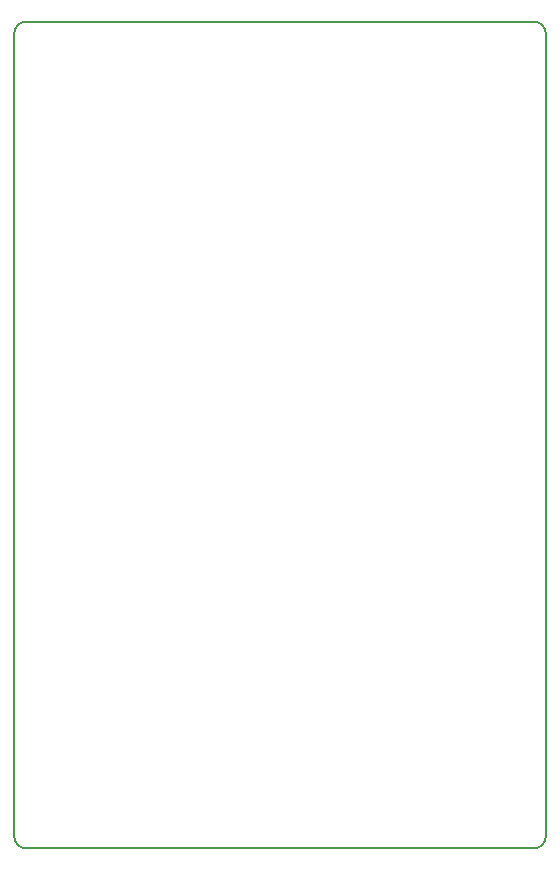
<source format=gm1>
G04 #@! TF.GenerationSoftware,KiCad,Pcbnew,5.1.4-e60b266~84~ubuntu18.04.1*
G04 #@! TF.CreationDate,2019-09-09T20:57:08+05:30*
G04 #@! TF.ProjectId,SenseCam_rev1,53656e73-6543-4616-9d5f-726576312e6b,rev?*
G04 #@! TF.SameCoordinates,Original*
G04 #@! TF.FileFunction,Profile,NP*
%FSLAX46Y46*%
G04 Gerber Fmt 4.6, Leading zero omitted, Abs format (unit mm)*
G04 Created by KiCad (PCBNEW 5.1.4-e60b266~84~ubuntu18.04.1) date 2019-09-09 20:57:08*
%MOMM*%
%LPD*%
G04 APERTURE LIST*
%ADD10C,0.150000*%
G04 APERTURE END LIST*
D10*
X56000000Y-190000000D02*
X99000000Y-190000000D01*
X56000000Y-120000000D02*
X99000000Y-120000000D01*
X99000000Y-120000000D02*
G75*
G02X100000000Y-121000000I0J-1000000D01*
G01*
X55000000Y-121000000D02*
G75*
G02X56000000Y-120000000I1000000J0D01*
G01*
X100000000Y-189000000D02*
X100000000Y-121000000D01*
X55000000Y-189000000D02*
X55000000Y-121000000D01*
X100000000Y-189000000D02*
G75*
G02X99000000Y-190000000I-1000000J0D01*
G01*
X56000000Y-190000000D02*
G75*
G02X55000000Y-189000000I0J1000000D01*
G01*
M02*

</source>
